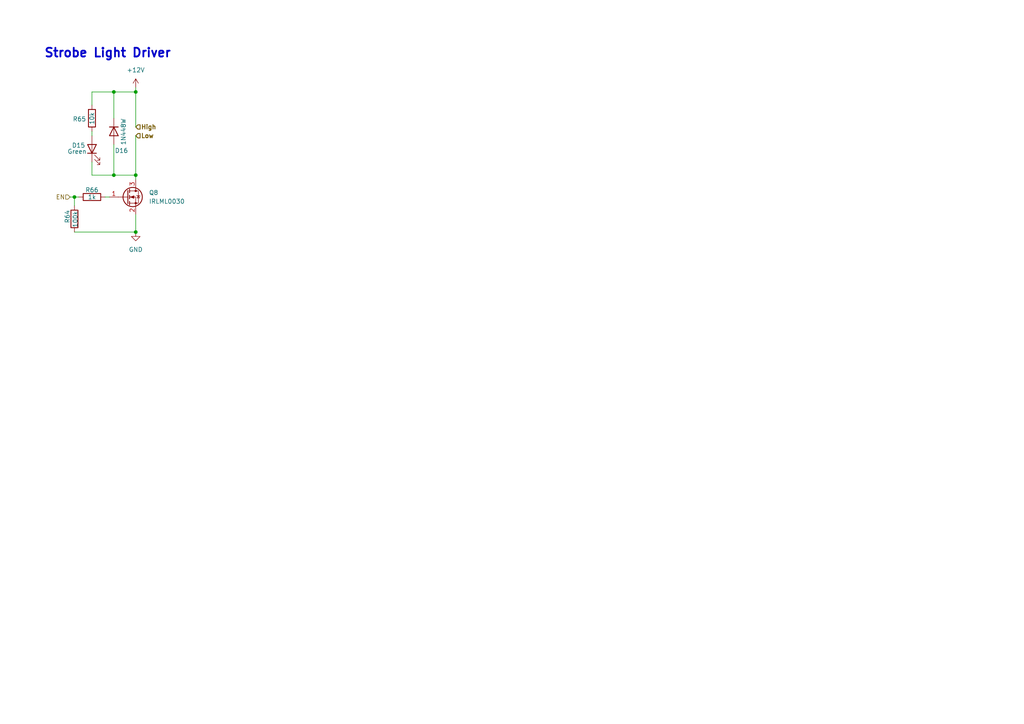
<source format=kicad_sch>
(kicad_sch (version 20231120) (generator "eeschema") (generator_version "8.0")
  (paper "A4")
  (lib_symbols
    (symbol "Device:D" (pin_numbers hide) (pin_names (offset 1.016) hide)
      (property "Reference" "D" (at 0 2.54 0))
      (property "Value" "D" (at 0 -2.54 0))
      (symbol "D_0_1"
        (polyline (pts (xy -1.27 1.27) (xy -1.27 -1.27)) (stroke (width 0.254)))
        (polyline (pts (xy 1.27 0) (xy -1.27 0)))
        (polyline (pts (xy 1.27 1.27) (xy 1.27 -1.27) (xy -1.27 0) (xy 1.27 1.27)) (stroke (width 0.254)))
      )
      (symbol "D_1_1"
        (pin passive line (at -3.81 0 0) (length 2.54) (name "K") (number "1"))
        (pin passive line (at 3.81 0 180) (length 2.54) (name "A") (number "2"))
      )
    )
    (symbol "Device:LED" (pin_numbers hide) (pin_names (offset 1.016) hide)
      (property "Reference" "D" (at 0 2.54 0))
      (property "Value" "LED" (at 0 -2.54 0))
      (symbol "LED_0_1"
        (polyline (pts (xy -1.27 -1.27) (xy -1.27 1.27)) (stroke (width 0.254)))
        (polyline (pts (xy -1.27 0) (xy 1.27 0)))
        (polyline (pts (xy 1.27 -1.27) (xy 1.27 1.27) (xy -1.27 0) (xy 1.27 -1.27)) (stroke (width 0.254)))
        (polyline (pts (xy -3.048 -0.762) (xy -4.572 -2.286) (xy -3.81 -2.286) (xy -4.572 -2.286) (xy -4.572 -1.524)))
        (polyline (pts (xy -1.778 -0.762) (xy -3.302 -2.286) (xy -2.54 -2.286) (xy -3.302 -2.286) (xy -3.302 -1.524)))
      )
      (symbol "LED_1_1"
        (pin passive line (at -3.81 0 0) (length 2.54) (name "K") (number "1"))
        (pin passive line (at 3.81 0 180) (length 2.54) (name "A") (number "2"))
      )
    )
    (symbol "Device:R" (pin_numbers hide) (pin_names (offset 0))
      (property "Reference" "R" (at 2.032 0 90))
      (property "Value" "R" (at 0 0 90))
      (symbol "R_0_1"
        (rectangle (start -1.016 -2.54) (end 1.016 2.54) (stroke (width 0.254)))
      )
      (symbol "R_1_1"
        (pin passive line (at 0 3.81 270) (length 1.27) (name "~") (number "1"))
        (pin passive line (at 0 -3.81 90) (length 1.27) (name "~") (number "2"))
      )
    )
    (symbol "Transistor_FET:IRLML0030" (pin_names hide)
      (property "Reference" "Q" (at 5.08 1.905 0))
      (property "Value" "IRLML0030" (at 5.08 0 0))
      (symbol "IRLML0030_0_1"
        (polyline (pts (xy 0.254 0) (xy -2.54 0)))
        (polyline (pts (xy 0.254 1.905) (xy 0.254 -1.905)) (stroke (width 0.254)))
        (polyline (pts (xy 0.762 -1.27) (xy 0.762 -2.286)) (stroke (width 0.254)))
        (polyline (pts (xy 0.762 0.508) (xy 0.762 -0.508)) (stroke (width 0.254)))
        (polyline (pts (xy 0.762 2.286) (xy 0.762 1.27)) (stroke (width 0.254)))
        (polyline (pts (xy 2.54 2.54) (xy 2.54 1.778)))
        (polyline (pts (xy 2.54 -2.54) (xy 2.54 0) (xy 0.762 0)))
        (polyline (pts (xy 0.762 -1.778) (xy 3.302 -1.778) (xy 3.302 1.778) (xy 0.762 1.778)))
        (polyline (pts (xy 1.016 0) (xy 2.032 0.381) (xy 2.032 -0.381) (xy 1.016 0)) (fill (type outline)))
        (polyline (pts (xy 2.794 0.508) (xy 2.921 0.381) (xy 3.683 0.381) (xy 3.81 0.254)))
        (polyline (pts (xy 3.302 0.381) (xy 2.921 -0.254) (xy 3.683 -0.254) (xy 3.302 0.381)))
        (circle (center 1.651 0) (radius 2.794) (stroke (width 0.254)))
        (circle (center 2.54 -1.778) (radius 0.254) (fill (type outline)))
        (circle (center 2.54 1.778) (radius 0.254) (fill (type outline)))
      )
      (symbol "IRLML0030_1_1"
        (pin input line (at -5.08 0 0) (length 2.54) (name "G") (number "1"))
        (pin passive line (at 2.54 -5.08 90) (length 2.54) (name "S") (number "2"))
        (pin passive line (at 2.54 5.08 270) (length 2.54) (name "D") (number "3"))
      )
    )
    (symbol "power:+12V" (power) (pin_numbers hide) (pin_names (offset 0) hide)
      (property "Value" "+12V" (at 0 3.556 0))
      (symbol "+12V_0_1"
        (polyline (pts (xy -0.762 1.27) (xy 0 2.54)))
        (polyline (pts (xy 0 0) (xy 0 2.54)))
        (polyline (pts (xy 0 2.54) (xy 0.762 1.27)))
      )
      (symbol "+12V_1_1"
        (pin power_in line (at 0 0 90) (length 0) (name "~") (number "1"))
      )
    )
    (symbol "power:GND" (power) (pin_numbers hide) (pin_names (offset 0) hide)
      (property "Value" "GND" (at 0 -3.81 0))
      (symbol "GND_0_1"
        (polyline (pts (xy 0 0) (xy 0 -1.27) (xy 1.27 -1.27) (xy 0 -2.54) (xy -1.27 -1.27) (xy 0 -1.27)))
      )
      (symbol "GND_1_1"
        (pin power_in line (at 0 0 270) (length 0) (name "~") (number "1"))
      )
    )
  )
  (junction (at 39.37 26.67))
  (junction (at 33.02 26.67))
  (junction (at 39.37 67.31))
  (junction (at 39.37 50.8))
  (junction (at 33.02 50.8))
  (junction (at 21.59 57.15))
  (wire (pts (xy 39.37 25.4) (xy 39.37 26.67)))
  (wire (pts (xy 33.02 26.67) (xy 26.67 26.67)))
  (wire (pts (xy 39.37 50.8) (xy 39.37 52.07)))
  (wire (pts (xy 33.02 50.8) (xy 26.67 50.8)))
  (wire (pts (xy 39.37 62.23) (xy 39.37 67.31)))
  (wire (pts (xy 22.86 57.15) (xy 21.59 57.15)))
  (wire (pts (xy 39.37 50.8) (xy 33.02 50.8)))
  (wire (pts (xy 39.37 39.37) (xy 39.37 50.8)))
  (wire (pts (xy 33.02 26.67) (xy 33.02 34.29)))
  (wire (pts (xy 39.37 26.67) (xy 33.02 26.67)))
  (wire (pts (xy 21.59 67.31) (xy 39.37 67.31)))
  (wire (pts (xy 31.75 57.15) (xy 30.48 57.15)))
  (wire (pts (xy 33.02 41.91) (xy 33.02 50.8)))
  (wire (pts (xy 21.59 57.15) (xy 21.59 59.69)))
  (wire (pts (xy 26.67 26.67) (xy 26.67 30.48)))
  (wire (pts (xy 39.37 26.67) (xy 39.37 36.83)))
  (wire (pts (xy 26.67 50.8) (xy 26.67 46.99)))
  (wire (pts (xy 26.67 38.1) (xy 26.67 39.37)))
  (wire (pts (xy 20.32 57.15) (xy 21.59 57.15)))
  (text "Strobe Light Driver\n" (at 31.242 15.494 0) (effects (font (size 2.54 2.54) (thickness 0.508) (bold yes))))
  (hierarchical_label "High" (shape input) (at 39.37 36.83 0) (effects (font (thickness 0.254) (bold yes))))
  (hierarchical_label "EN" (shape input) (at 20.32 57.15 180))
  (hierarchical_label "Low" (shape input) (at 39.37 39.37 0) (effects (font (thickness 0.254) (bold yes))))
  (symbol (lib_id "Device:D") (at 33.02 38.1 270) (unit 1)
    (property "Reference" "D16" (at 33.274 43.688 90) (effects (justify left)))
    (property "Value" "1N448W" (at 35.814 34.29 0) (effects (justify left)))
    (property "Footprint" "Diode_SMD:D_0805_2012Metric" (effects (hide yes)))
    (property "Description" "Diode" (effects (hide yes)))
    (property "Sim.Device" "D" (effects (hide yes)))
    (property "Sim.Pins" "1=K 2=A" (effects (hide yes)))
  )
  (symbol (lib_id "Device:R") (at 26.67 34.29 0) (mirror y) (unit 1)
    (property "Reference" "R65" (at 21.082 34.544 0) (effects (justify right)))
    (property "Value" "10k" (at 26.67 32.512 90) (effects (justify right)))
    (property "Footprint" "Resistor_SMD:R_0805_2012Metric" (effects (hide yes)))
    (property "Description" "Resistor" (effects (hide yes)))
  )
  (symbol (lib_id "power:+12V") (at 39.37 25.4 0) (unit 1)
    (property "Reference" "#PWR078" (effects (hide yes)))
    (property "Value" "+12V" (at 39.37 20.32 0))
    (property "Description" "Power symbol creates a global label with name \"+12V\"" (effects (hide yes)))
  )
  (symbol (lib_id "Device:LED") (at 26.67 43.18 90) (unit 1)
    (property "Reference" "D15" (at 20.828 42.164 90) (effects (justify right)))
    (property "Value" "Green" (at 19.558 43.942 90) (effects (justify right)))
    (property "Footprint" "Diode_SMD:D_0805_2012Metric" (effects (hide yes)))
    (property "Description" "Light emitting diode" (effects (hide yes)))
  )
  (symbol (lib_id "power:GND") (at 39.37 67.31 0) (unit 1)
    (property "Reference" "#PWR079" (effects (hide yes)))
    (property "Value" "GND" (at 39.37 72.39 0))
    (property "Description" "Power symbol creates a global label with name \"GND\" , ground" (effects (hide yes)))
  )
  (symbol (lib_id "Device:R") (at 21.59 63.5 0) (unit 1)
    (property "Reference" "R64" (at 19.558 64.77 90) (effects (justify left)))
    (property "Value" "100k" (at 21.844 66.04 90) (effects (justify left)))
    (property "Footprint" "Resistor_SMD:R_0805_2012Metric" (effects (hide yes)))
    (property "Description" "Resistor" (effects (hide yes)))
  )
  (symbol (lib_id "Transistor_FET:IRLML0030") (at 36.83 57.15 0) (unit 1)
    (property "Reference" "Q8" (at 43.18 55.8799 0) (effects (justify left)))
    (property "Value" "IRLML0030" (at 43.18 58.4199 0) (effects (justify left)))
    (property "Footprint" "Package_TO_SOT_SMD:SOT-23" (effects (hide yes)))
    (property "Datasheet" "https://www.infineon.com/dgdl/irlml0030pbf.pdf?fileId=5546d462533600a401535664773825df" (effects (hide yes)))
    (property "Description" "5.3A Id, 30V Vds, 27mOhm Rds, N-Channel HEXFET Power MOSFET, SOT-23" (effects (hide yes)))
  )
  (symbol (lib_id "Device:R") (at 26.67 57.15 90) (unit 1)
    (property "Reference" "R66" (at 26.67 55.118 90))
    (property "Value" "1k" (at 26.67 57.15 90))
    (property "Footprint" "Resistor_SMD:R_0805_2012Metric" (effects (hide yes)))
    (property "Description" "Resistor" (effects (hide yes)))
  )
)
</source>
